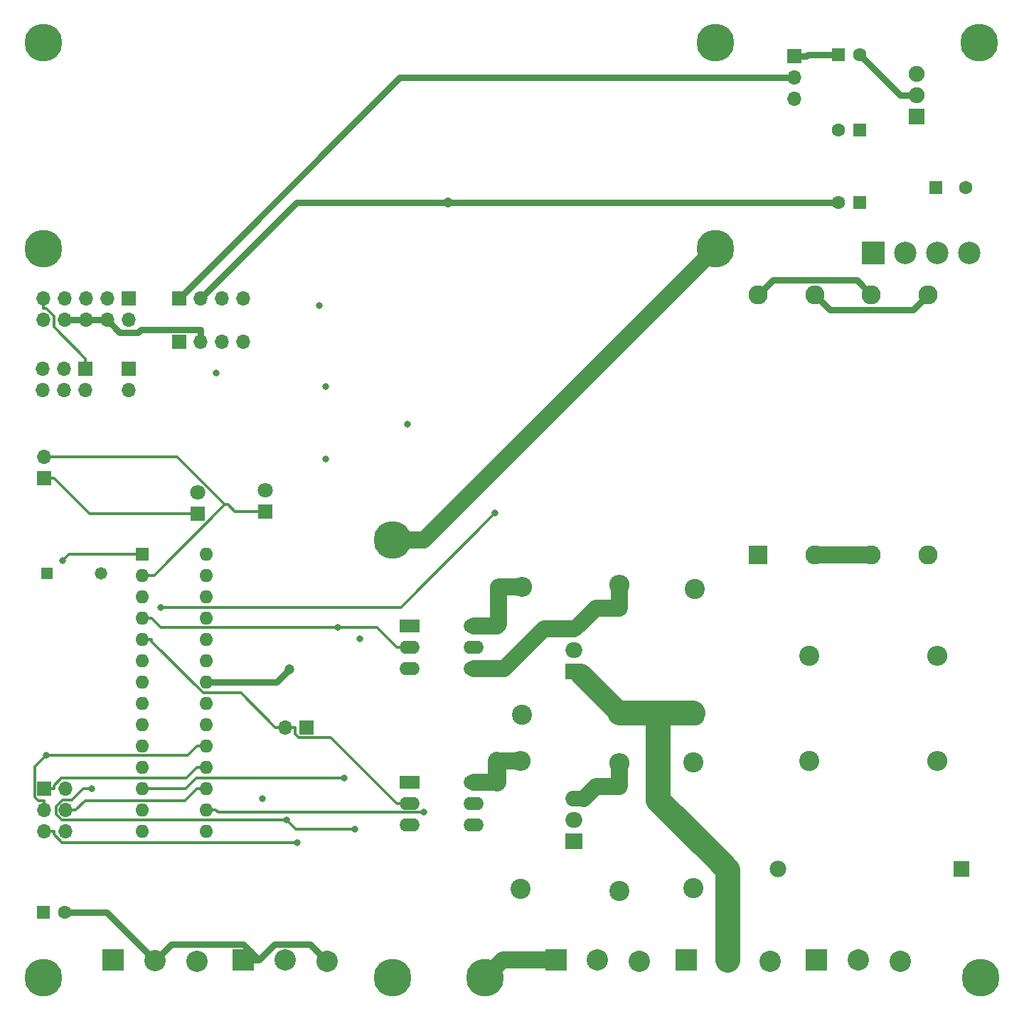
<source format=gbr>
%TF.GenerationSoftware,KiCad,Pcbnew,7.0.9*%
%TF.CreationDate,2025-01-17T20:12:22+02:00*%
%TF.ProjectId,varaajamonitori,76617261-616a-4616-9d6f-6e69746f7269,rev?*%
%TF.SameCoordinates,Original*%
%TF.FileFunction,Copper,L2,Inr*%
%TF.FilePolarity,Positive*%
%FSLAX46Y46*%
G04 Gerber Fmt 4.6, Leading zero omitted, Abs format (unit mm)*
G04 Created by KiCad (PCBNEW 7.0.9) date 2025-01-17 20:12:22*
%MOMM*%
%LPD*%
G01*
G04 APERTURE LIST*
%TA.AperFunction,ComponentPad*%
%ADD10R,2.670000X2.670000*%
%TD*%
%TA.AperFunction,ComponentPad*%
%ADD11C,2.670000*%
%TD*%
%TA.AperFunction,ComponentPad*%
%ADD12R,2.540000X2.540000*%
%TD*%
%TA.AperFunction,ComponentPad*%
%ADD13C,2.540000*%
%TD*%
%TA.AperFunction,ComponentPad*%
%ADD14R,2.400000X1.600000*%
%TD*%
%TA.AperFunction,ComponentPad*%
%ADD15O,2.400000X1.600000*%
%TD*%
%TA.AperFunction,ComponentPad*%
%ADD16R,1.600000X1.600000*%
%TD*%
%TA.AperFunction,ComponentPad*%
%ADD17O,1.600000X1.600000*%
%TD*%
%TA.AperFunction,ComponentPad*%
%ADD18R,1.800000X1.800000*%
%TD*%
%TA.AperFunction,ComponentPad*%
%ADD19C,1.800000*%
%TD*%
%TA.AperFunction,ComponentPad*%
%ADD20C,2.400000*%
%TD*%
%TA.AperFunction,ComponentPad*%
%ADD21O,2.400000X2.400000*%
%TD*%
%TA.AperFunction,ComponentPad*%
%ADD22R,1.700000X1.700000*%
%TD*%
%TA.AperFunction,ComponentPad*%
%ADD23O,1.700000X1.700000*%
%TD*%
%TA.AperFunction,ComponentPad*%
%ADD24C,4.500000*%
%TD*%
%TA.AperFunction,ComponentPad*%
%ADD25R,1.980000X1.980000*%
%TD*%
%TA.AperFunction,ComponentPad*%
%ADD26C,1.980000*%
%TD*%
%TA.AperFunction,ComponentPad*%
%ADD27R,2.286000X2.286000*%
%TD*%
%TA.AperFunction,ComponentPad*%
%ADD28C,2.286000*%
%TD*%
%TA.AperFunction,ComponentPad*%
%ADD29R,1.910000X1.910000*%
%TD*%
%TA.AperFunction,ComponentPad*%
%ADD30C,1.910000*%
%TD*%
%TA.AperFunction,ComponentPad*%
%ADD31C,1.600000*%
%TD*%
%TA.AperFunction,ComponentPad*%
%ADD32R,1.473200X1.473200*%
%TD*%
%TA.AperFunction,ComponentPad*%
%ADD33C,1.473200*%
%TD*%
%TA.AperFunction,ComponentPad*%
%ADD34R,2.000000X1.905000*%
%TD*%
%TA.AperFunction,ComponentPad*%
%ADD35O,2.000000X1.905000*%
%TD*%
%TA.AperFunction,ViaPad*%
%ADD36C,0.800000*%
%TD*%
%TA.AperFunction,ViaPad*%
%ADD37C,1.200000*%
%TD*%
%TA.AperFunction,Conductor*%
%ADD38C,0.300000*%
%TD*%
%TA.AperFunction,Conductor*%
%ADD39C,2.000000*%
%TD*%
%TA.AperFunction,Conductor*%
%ADD40C,0.800000*%
%TD*%
%TA.AperFunction,Conductor*%
%ADD41C,3.000000*%
%TD*%
%TA.AperFunction,Conductor*%
%ADD42C,1.904800*%
%TD*%
%TA.AperFunction,Conductor*%
%ADD43C,2.500000*%
%TD*%
%TA.AperFunction,Conductor*%
%ADD44C,2.200000*%
%TD*%
G04 APERTURE END LIST*
D10*
%TO.N,/5V1DIRTY*%
%TO.C,D5*%
X150390000Y-59600000D03*
D11*
%TO.N,Net-(D5-AC-Pad2)*%
X154200000Y-59600000D03*
%TO.N,Net-(D5-AC-Pad3)*%
X158010000Y-59600000D03*
%TO.N,GND*%
X161820000Y-59600000D03*
%TD*%
D12*
%TO.N,Earth_Protective*%
%TO.C,J1*%
X143617780Y-143855260D03*
D13*
%TO.N,GNDREF*%
X148600000Y-143908600D03*
%TO.N,/0-wire*%
X153600000Y-144000040D03*
%TD*%
D12*
%TO.N,/sensor1*%
%TO.C,J4*%
X59917780Y-143863860D03*
D13*
%TO.N,GND*%
X64900000Y-143917200D03*
%TO.N,/sensor2*%
X69900000Y-144008640D03*
%TD*%
D12*
%TO.N,GND*%
%TO.C,J5*%
X75417780Y-143855260D03*
D13*
%TO.N,/sensor3*%
X80400000Y-143908600D03*
%TO.N,GND*%
X85400000Y-144000040D03*
%TD*%
D12*
%TO.N,Earth_Protective*%
%TO.C,J6*%
X128117780Y-143855260D03*
D13*
%TO.N,/TRIAC AC M1*%
X133100000Y-143908600D03*
%TO.N,GNDREF*%
X138100000Y-144000040D03*
%TD*%
D12*
%TO.N,Earth_Protective*%
%TO.C,J7*%
X112617780Y-143855260D03*
D13*
%TO.N,/TRIAC AC M2*%
X117600000Y-143908600D03*
%TO.N,GNDREF*%
X122600000Y-144000040D03*
%TD*%
D14*
%TO.N,Net-(R9-Pad1)*%
%TO.C,U7*%
X95175000Y-122675000D03*
D15*
%TO.N,/driver-M2*%
X95175000Y-125215000D03*
%TO.N,unconnected-(U7-NC-Pad3)*%
X95175000Y-127755000D03*
%TO.N,/M2B*%
X102795000Y-127755000D03*
%TO.N,unconnected-(U7-NC-Pad5)*%
X102795000Y-125215000D03*
%TO.N,/M2A*%
X102795000Y-122675000D03*
%TD*%
D16*
%TO.N,/~{RESET}*%
%TO.C,U1*%
X63400000Y-95500000D03*
D17*
%TO.N,/RX*%
X63400000Y-98040000D03*
%TO.N,/TX*%
X63400000Y-100580000D03*
%TO.N,/driver-M1*%
X63400000Y-103120000D03*
%TO.N,/driver-M2*%
X63400000Y-105660000D03*
%TO.N,/SELB*%
X63400000Y-108200000D03*
%TO.N,VDD*%
X63400000Y-110740000D03*
%TO.N,GND*%
X63400000Y-113280000D03*
%TO.N,unconnected-(U1-XTAL1{slash}PB6-Pad9)*%
X63400000Y-115820000D03*
%TO.N,unconnected-(U1-XTAL2{slash}PB7-Pad10)*%
X63400000Y-118360000D03*
%TO.N,/LeftSw*%
X63400000Y-120900000D03*
%TO.N,/SelSw*%
X63400000Y-123440000D03*
%TO.N,/RetSw*%
X63400000Y-125980000D03*
%TO.N,/UpSw*%
X63400000Y-128520000D03*
%TO.N,/DwnSw*%
X71020000Y-128520000D03*
%TO.N,/RightSw*%
X71020000Y-125980000D03*
%TO.N,/MOSI*%
X71020000Y-123440000D03*
%TO.N,/MISO*%
X71020000Y-120900000D03*
%TO.N,/SCK*%
X71020000Y-118360000D03*
%TO.N,/AVCC*%
X71020000Y-115820000D03*
X71020000Y-113280000D03*
%TO.N,GND*%
X71020000Y-110740000D03*
%TO.N,/sensor1*%
X71020000Y-108200000D03*
%TO.N,/sensor2*%
X71020000Y-105660000D03*
%TO.N,/sensor3*%
X71020000Y-103120000D03*
%TO.N,/SELA*%
X71020000Y-100580000D03*
%TO.N,/SDA*%
X71020000Y-98040000D03*
%TO.N,/SCL*%
X71020000Y-95500000D03*
%TD*%
D18*
%TO.N,/TX*%
%TO.C,D2*%
X70000000Y-90675000D03*
D19*
%TO.N,Net-(D2-A)*%
X70000000Y-88135000D03*
%TD*%
D20*
%TO.N,/TRIAC AC M2*%
%TO.C,R16*%
X120200000Y-135620000D03*
D21*
%TO.N,/M2B*%
X120200000Y-120380000D03*
%TD*%
D22*
%TO.N,VDD*%
%TO.C,J9*%
X67800000Y-70200000D03*
D23*
%TO.N,GND*%
X70340000Y-70200000D03*
%TO.N,/SCL*%
X72880000Y-70200000D03*
%TO.N,/SDA*%
X75420000Y-70200000D03*
%TD*%
D24*
%TO.N,Earth_Protective*%
%TO.C,Top2*%
X163000000Y-34600000D03*
%TD*%
%TO.N,Earth_Protective*%
%TO.C,J2*%
X51600000Y-59100000D03*
X131600000Y-34600000D03*
X131600000Y-59100000D03*
%TD*%
D20*
%TO.N,Net-(C11-Pad1)*%
%TO.C,R20*%
X142780000Y-120200000D03*
D21*
%TO.N,AC*%
X158020000Y-120200000D03*
%TD*%
D14*
%TO.N,Net-(R11-Pad1)*%
%TO.C,U6*%
X95175000Y-104075000D03*
D15*
%TO.N,/driver-M1*%
X95175000Y-106615000D03*
%TO.N,unconnected-(U6-NC-Pad3)*%
X95175000Y-109155000D03*
%TO.N,/M1B*%
X102795000Y-109155000D03*
%TO.N,unconnected-(U6-NC-Pad5)*%
X102795000Y-106615000D03*
%TO.N,/M1A*%
X102795000Y-104075000D03*
%TD*%
D25*
%TO.N,/0-wire*%
%TO.C,F1*%
X160920000Y-133000000D03*
D26*
%TO.N,AC*%
X139080000Y-133000000D03*
%TD*%
D18*
%TO.N,/RX*%
%TO.C,D4*%
X78000000Y-90475000D03*
D19*
%TO.N,Net-(D4-A)*%
X78000000Y-87935000D03*
%TD*%
D22*
%TO.N,/SELA*%
%TO.C,J13*%
X61740000Y-73400000D03*
D23*
%TO.N,/SELB*%
X61740000Y-75940000D03*
%TD*%
D22*
%TO.N,+5V*%
%TO.C,JP2*%
X141000000Y-36200000D03*
D23*
%TO.N,VDD*%
X141000000Y-38740000D03*
%TO.N,unconnected-(JP2-B-Pad3)*%
X141000000Y-41280000D03*
%TD*%
D24*
%TO.N,Earth_Protective*%
%TO.C,Bottom3*%
X51600000Y-146000000D03*
%TD*%
D22*
%TO.N,VDD*%
%TO.C,J10*%
X67800000Y-65000000D03*
D23*
%TO.N,GND*%
X70340000Y-65000000D03*
%TO.N,/SCL*%
X72880000Y-65000000D03*
%TO.N,/SDA*%
X75420000Y-65000000D03*
%TD*%
D27*
%TO.N,GNDREF*%
%TO.C,T1*%
X136738000Y-95600000D03*
D28*
%TO.N,/ACT*%
X143469000Y-95600000D03*
X150200000Y-95600000D03*
%TO.N,AC*%
X156931000Y-95600000D03*
%TO.N,Net-(D5-AC-Pad2)*%
X136738000Y-64612000D03*
%TO.N,Net-(D5-AC-Pad3)*%
X143469000Y-64612000D03*
%TO.N,Net-(D5-AC-Pad2)*%
X150200000Y-64612000D03*
%TO.N,Net-(D5-AC-Pad3)*%
X156931000Y-64612000D03*
%TD*%
D22*
%TO.N,/driver-M1*%
%TO.C,J14*%
X82940000Y-116200000D03*
D23*
%TO.N,/driver-M2*%
X80400000Y-116200000D03*
%TD*%
D20*
%TO.N,AC*%
%TO.C,R17*%
X108600000Y-114640000D03*
D21*
%TO.N,/M1A*%
X108600000Y-99400000D03*
%TD*%
D24*
%TO.N,Earth_Protective*%
%TO.C,Bottom2*%
X163200000Y-146000000D03*
%TD*%
D29*
%TO.N,/5V1DIRTY*%
%TO.C,U3*%
X155568000Y-43350000D03*
D30*
%TO.N,GND*%
X155568000Y-40800000D03*
%TO.N,+5V*%
X155568000Y-38250000D03*
%TD*%
D16*
%TO.N,VDD*%
%TO.C,C2*%
X51617600Y-138200000D03*
D31*
%TO.N,GND*%
X54117600Y-138200000D03*
%TD*%
D22*
%TO.N,/MOSI*%
%TO.C,J8*%
X61740000Y-65060000D03*
D23*
%TO.N,VDD*%
X61740000Y-67600000D03*
%TO.N,unconnected-(J8-NC-Pad3)*%
X59200000Y-65060000D03*
%TO.N,GND*%
X59200000Y-67600000D03*
%TO.N,/~{RESET}*%
X56660000Y-65060000D03*
%TO.N,GND*%
X56660000Y-67600000D03*
%TO.N,/SCK*%
X54120000Y-65060000D03*
%TO.N,GND*%
X54120000Y-67600000D03*
%TO.N,/MISO*%
X51580000Y-65060000D03*
%TO.N,GND*%
X51580000Y-67600000D03*
%TD*%
D32*
%TO.N,VDD*%
%TO.C,BZ1*%
X52000000Y-97800000D03*
D33*
%TO.N,Net-(BZ1-+)*%
X58500001Y-97800000D03*
%TD*%
D16*
%TO.N,+5V*%
%TO.C,C7*%
X148782400Y-53600000D03*
D31*
%TO.N,GND*%
X146282400Y-53600000D03*
%TD*%
D20*
%TO.N,AC*%
%TO.C,R18*%
X108400000Y-135420000D03*
D21*
%TO.N,/M2A*%
X108400000Y-120180000D03*
%TD*%
D16*
%TO.N,/5V1DIRTY*%
%TO.C,C4*%
X157900000Y-51800000D03*
D31*
%TO.N,GND*%
X161400000Y-51800000D03*
%TD*%
D24*
%TO.N,Earth_Protective*%
%TO.C,Top1*%
X51600000Y-34600000D03*
%TD*%
D22*
%TO.N,/MISO*%
%TO.C,J12*%
X56640000Y-73400000D03*
D23*
%TO.N,VDD*%
X56640000Y-75940000D03*
%TO.N,/SCK*%
X54100000Y-73400000D03*
%TO.N,/MOSI*%
X54100000Y-75940000D03*
%TO.N,/~{RESET}*%
X51560000Y-73400000D03*
%TO.N,GND*%
X51560000Y-75940000D03*
%TD*%
D20*
%TO.N,Net-(C11-Pad1)*%
%TO.C,C11*%
X129000000Y-120300000D03*
%TO.N,/TRIAC AC M2*%
X129000000Y-135300000D03*
%TD*%
D22*
%TO.N,/TX*%
%TO.C,J11*%
X51725000Y-86475000D03*
D23*
%TO.N,/RX*%
X51725000Y-83935000D03*
%TD*%
D20*
%TO.N,Net-(C10-Pad1)*%
%TO.C,C10*%
X129200000Y-99700000D03*
%TO.N,/TRIAC AC M1*%
X129200000Y-114700000D03*
%TD*%
%TO.N,Net-(C10-Pad1)*%
%TO.C,R19*%
X142780000Y-107600000D03*
D21*
%TO.N,AC*%
X158020000Y-107600000D03*
%TD*%
D20*
%TO.N,/TRIAC AC M1*%
%TO.C,R15*%
X120200000Y-114420000D03*
D21*
%TO.N,/M1B*%
X120200000Y-99180000D03*
%TD*%
D24*
%TO.N,Earth_Protective*%
%TO.C,Mid1*%
X93200000Y-93800000D03*
%TD*%
D22*
%TO.N,/MISO*%
%TO.C,J3*%
X51725000Y-123475000D03*
D23*
%TO.N,VDD*%
X54265000Y-123475000D03*
%TO.N,/SCK*%
X51725000Y-126015000D03*
%TO.N,/MOSI*%
X54265000Y-126015000D03*
%TO.N,/~{RESET}*%
X51725000Y-128555000D03*
%TO.N,GND*%
X54265000Y-128555000D03*
%TD*%
D34*
%TO.N,/TRIAC AC M1*%
%TO.C,Q3*%
X114800000Y-109500000D03*
D35*
%TO.N,AC*%
X114800000Y-106960000D03*
%TO.N,/M1B*%
X114800000Y-104420000D03*
%TD*%
D24*
%TO.N,Earth_Protective*%
%TO.C,Bottom4*%
X104200000Y-146000000D03*
%TD*%
D16*
%TO.N,+5V*%
%TO.C,C6*%
X148782400Y-45000000D03*
D31*
%TO.N,GND*%
X146282400Y-45000000D03*
%TD*%
D34*
%TO.N,/TRIAC AC M2*%
%TO.C,Q4*%
X114745000Y-129740000D03*
D35*
%TO.N,AC*%
X114745000Y-127200000D03*
%TO.N,/M2B*%
X114745000Y-124660000D03*
%TD*%
D24*
%TO.N,Earth_Protective*%
%TO.C,Bottom1*%
X93200000Y-146000000D03*
%TD*%
D16*
%TO.N,+5V*%
%TO.C,C1*%
X146300000Y-36000000D03*
D31*
%TO.N,GND*%
X148800000Y-36000000D03*
%TD*%
D36*
%TO.N,/driver-M1*%
X86675300Y-104220000D03*
%TO.N,/SCK*%
X51974500Y-119460000D03*
%TO.N,/~{RESET}*%
X81850000Y-129886400D03*
X53873600Y-96322600D03*
D37*
%TO.N,GND*%
X99750000Y-53600000D03*
X80928700Y-109200000D03*
D36*
%TO.N,Net-(R1-Pad1)*%
X88689900Y-128250100D03*
X80568800Y-127177900D03*
X57404900Y-123461900D03*
%TO.N,/UpSw*%
X84497000Y-65925500D03*
%TO.N,/DwnSw*%
X85204600Y-84148600D03*
X77723000Y-124622900D03*
%TO.N,/RightSw*%
X96932500Y-126276800D03*
X94973100Y-80002100D03*
%TO.N,/LeftSw*%
X72218300Y-73951700D03*
%TO.N,/SelSw*%
X87415200Y-122170000D03*
X85242400Y-75506800D03*
%TO.N,/RetSw*%
X65593100Y-101850000D03*
X105373100Y-90650000D03*
%TO.N,Net-(R11-Pad1)*%
X89250000Y-105588300D03*
%TD*%
D38*
%TO.N,/driver-M2*%
X81971400Y-117350500D02*
X81550000Y-116929100D01*
X75122200Y-112072200D02*
X79250000Y-116200000D01*
X81550000Y-116929100D02*
X81550000Y-116200000D01*
X93675000Y-125215000D02*
X85810500Y-117350500D01*
X63400000Y-105660000D02*
X64500000Y-105660000D01*
X95175000Y-125215000D02*
X93675000Y-125215000D01*
X70637200Y-112072200D02*
X75122200Y-112072200D01*
X64500000Y-105660000D02*
X64500000Y-105935000D01*
X85810500Y-117350500D02*
X81971400Y-117350500D01*
X64500000Y-105935000D02*
X70637200Y-112072200D01*
X80400000Y-116200000D02*
X81550000Y-116200000D01*
X80400000Y-116200000D02*
X79250000Y-116200000D01*
D39*
%TO.N,Earth_Protective*%
X112617500Y-143855000D02*
X106345000Y-143855000D01*
X112617800Y-143855300D02*
X112617800Y-143855000D01*
X106345000Y-143855000D02*
X104200000Y-146000000D01*
X96900000Y-93800000D02*
X131600000Y-59100000D01*
X112617500Y-143855000D02*
X112617800Y-143855300D01*
X93200000Y-93800000D02*
X96900000Y-93800000D01*
X112618000Y-143855000D02*
X112617500Y-143855000D01*
D40*
%TO.N,Net-(D5-AC-Pad2)*%
X148430400Y-62842400D02*
X150200000Y-64612000D01*
X138507600Y-62842400D02*
X148430400Y-62842400D01*
X136738000Y-64612000D02*
X138507600Y-62842400D01*
D38*
%TO.N,/driver-M1*%
X63400000Y-103120000D02*
X64500000Y-103120000D01*
X64500000Y-103120000D02*
X65600000Y-104220000D01*
X95175000Y-106615000D02*
X93675000Y-106615000D01*
X86675300Y-104220000D02*
X91280000Y-104220000D01*
X65600000Y-104220000D02*
X86675300Y-104220000D01*
X91280000Y-104220000D02*
X93675000Y-106615000D01*
D40*
%TO.N,Net-(D5-AC-Pad3)*%
X155134800Y-66408200D02*
X145265200Y-66408200D01*
X156931000Y-64612000D02*
X155134800Y-66408200D01*
X145265200Y-66408200D02*
X143469000Y-64612000D01*
D38*
%TO.N,/MOSI*%
X56565000Y-124865000D02*
X68495000Y-124865000D01*
X55415000Y-126015000D02*
X56565000Y-124865000D01*
X71020000Y-123440000D02*
X69920000Y-123440000D01*
X68495000Y-124865000D02*
X69920000Y-123440000D01*
X54265000Y-126015000D02*
X55415000Y-126015000D01*
%TO.N,/MISO*%
X52850000Y-68460000D02*
X52850000Y-67122600D01*
X52875000Y-123475000D02*
X52875000Y-123115600D01*
X53762000Y-122228600D02*
X68591400Y-122228600D01*
X51937400Y-66210000D02*
X51580000Y-66210000D01*
X68591400Y-122228600D02*
X69920000Y-120900000D01*
X51580000Y-65060000D02*
X51580000Y-66210000D01*
X56640000Y-72250000D02*
X52850000Y-68460000D01*
X52850000Y-67122600D02*
X51937400Y-66210000D01*
X71020000Y-120900000D02*
X69920000Y-120900000D01*
X52875000Y-123115600D02*
X53762000Y-122228600D01*
X56640000Y-73400000D02*
X56640000Y-72250000D01*
X51725000Y-123475000D02*
X52875000Y-123475000D01*
%TO.N,/SCK*%
X69920000Y-118360000D02*
X68820000Y-119460000D01*
X51725000Y-126015000D02*
X51725000Y-124865000D01*
X51974500Y-119460000D02*
X50623100Y-120811400D01*
X50623100Y-124480200D02*
X51007900Y-124865000D01*
X71020000Y-118360000D02*
X69920000Y-118360000D01*
X50623100Y-120811400D02*
X50623100Y-124480200D01*
X51007900Y-124865000D02*
X51725000Y-124865000D01*
X68820000Y-119460000D02*
X51974500Y-119460000D01*
%TO.N,/~{RESET}*%
X53873600Y-96322600D02*
X54696200Y-95500000D01*
X52875000Y-128555000D02*
X52875000Y-128914400D01*
X53847000Y-129886400D02*
X81850000Y-129886400D01*
X52875000Y-128914400D02*
X53847000Y-129886400D01*
X51725000Y-128555000D02*
X52875000Y-128555000D01*
X54696200Y-95500000D02*
X63400000Y-95500000D01*
D41*
%TO.N,/TRIAC AC M1*%
X133100000Y-143908600D02*
X133100000Y-133100000D01*
X124800000Y-114420000D02*
X128920000Y-114420000D01*
D39*
X128920000Y-114420000D02*
X129200000Y-114700000D01*
D42*
X115280000Y-109500000D02*
X114800000Y-109500000D01*
D41*
X124800000Y-114420000D02*
X124800000Y-124800000D01*
D42*
X115600000Y-109820000D02*
X115280000Y-109500000D01*
D41*
X133100000Y-133100000D02*
X131800000Y-131800000D01*
X120200000Y-114420000D02*
X124800000Y-114420000D01*
X124800000Y-124800000D02*
X131800000Y-131800000D01*
D43*
X120200000Y-114420000D02*
X115600000Y-109820000D01*
D40*
%TO.N,VDD*%
X94060000Y-38740000D02*
X67800000Y-65000000D01*
X141000000Y-38740000D02*
X94060000Y-38740000D01*
%TO.N,+5V*%
X142651900Y-36000000D02*
X142451900Y-36200000D01*
X141000000Y-36200000D02*
X142451900Y-36200000D01*
X146300000Y-36000000D02*
X142651900Y-36000000D01*
D39*
%TO.N,/M1B*%
X111192000Y-104405000D02*
X114800000Y-104405000D01*
D42*
X115440000Y-103940000D02*
X114960000Y-104420000D01*
D39*
X120200000Y-99180000D02*
X120200000Y-101982000D01*
X106443000Y-109155000D02*
X111192000Y-104405000D01*
D42*
X114800000Y-104405000D02*
X114800000Y-104420000D01*
D39*
X102795000Y-109155000D02*
X106443000Y-109155000D01*
X120200000Y-101982000D02*
X117398000Y-101982000D01*
X117398000Y-101982000D02*
X115440000Y-103940000D01*
D42*
X114960000Y-104420000D02*
X114800000Y-104420000D01*
%TO.N,/M2B*%
X114758000Y-124647000D02*
X114745000Y-124660000D01*
X115933000Y-124647000D02*
X114758000Y-124647000D01*
D39*
X117398000Y-123182000D02*
X115933000Y-124647000D01*
D42*
X114732000Y-124647000D02*
X114745000Y-124660000D01*
D39*
X120200000Y-120380000D02*
X120200000Y-123182000D01*
X120200000Y-123182000D02*
X117398000Y-123182000D01*
D38*
%TO.N,Net-(C11-Pad1)*%
X142730000Y-120250000D02*
X142780000Y-120200000D01*
X142680000Y-120300000D02*
X142730000Y-120250000D01*
D39*
X129050000Y-120250000D02*
X129000000Y-120300000D01*
D38*
%TO.N,/TX*%
X51725000Y-86475000D02*
X52875000Y-86475000D01*
X57075000Y-90675000D02*
X52875000Y-86475000D01*
X70000000Y-90675000D02*
X57075000Y-90675000D01*
%TO.N,/RX*%
X67509400Y-83935000D02*
X51725000Y-83935000D01*
X73589400Y-89636200D02*
X73210700Y-89636200D01*
X73210700Y-89636200D02*
X64806900Y-98040000D01*
X74428200Y-90475000D02*
X73589400Y-89636200D01*
X73210700Y-89636200D02*
X67509400Y-83935000D01*
X78000000Y-90475000D02*
X74428200Y-90475000D01*
X64806900Y-98040000D02*
X63400000Y-98040000D01*
D39*
%TO.N,/M1A*%
X102795000Y-104075000D02*
X105597000Y-104075000D01*
X105798000Y-103874000D02*
X105798000Y-99400000D01*
X105597000Y-104075000D02*
X105798000Y-103874000D01*
X105798000Y-99400000D02*
X108600000Y-99400000D01*
%TO.N,/M2A*%
X108400000Y-120180000D02*
X105598000Y-120180000D01*
D44*
X105598000Y-120180000D02*
X105598000Y-122674000D01*
D39*
X105598000Y-122674000D02*
X105597000Y-122675000D01*
X105597000Y-122675000D02*
X102795000Y-122675000D01*
%TO.N,/ACT*%
X150200000Y-95600000D02*
X143469000Y-95600000D01*
D40*
%TO.N,GND*%
X54120000Y-67600000D02*
X56660000Y-67600000D01*
X81740000Y-53600000D02*
X70340000Y-65000000D01*
X79151500Y-141993500D02*
X77289700Y-143855300D01*
X66823700Y-141993500D02*
X64900000Y-143917200D01*
X146282400Y-53600000D02*
X99750000Y-53600000D01*
X59182800Y-138200000D02*
X64900000Y-143917200D01*
X75427900Y-141993500D02*
X66823700Y-141993500D01*
X54117600Y-138200000D02*
X59182800Y-138200000D01*
X56660000Y-67600000D02*
X59200000Y-67600000D01*
X70340000Y-70200000D02*
X70340000Y-68748100D01*
X75417800Y-143855300D02*
X77289700Y-143855300D01*
X148800000Y-36000000D02*
X153600000Y-40800000D01*
X77289700Y-143855300D02*
X75427900Y-141993500D01*
X83393500Y-141993500D02*
X79151500Y-141993500D01*
X62839500Y-69100500D02*
X63191900Y-68748100D01*
X99750000Y-53600000D02*
X81740000Y-53600000D01*
X71020000Y-110740000D02*
X72421900Y-110740000D01*
X85400000Y-144000000D02*
X83393500Y-141993500D01*
X72421900Y-110740000D02*
X79388700Y-110740000D01*
X59200000Y-67600000D02*
X60700500Y-69100500D01*
X63191900Y-68748100D02*
X70340000Y-68748100D01*
X79388700Y-110740000D02*
X80928700Y-109200000D01*
X153600000Y-40800000D02*
X155568000Y-40800000D01*
X60700500Y-69100500D02*
X62839500Y-69100500D01*
D38*
%TO.N,Net-(R1-Pad1)*%
X53792000Y-127177900D02*
X53114600Y-126500500D01*
X55014300Y-124815700D02*
X56368100Y-123461900D01*
X53901500Y-124815700D02*
X55014300Y-124815700D01*
X53114600Y-125602600D02*
X53901500Y-124815700D01*
X81641000Y-128250100D02*
X80568800Y-127177900D01*
X56368100Y-123461900D02*
X57404900Y-123461900D01*
X88689900Y-128250100D02*
X81641000Y-128250100D01*
X80568800Y-127177900D02*
X53792000Y-127177900D01*
X53114600Y-126500500D02*
X53114600Y-125602600D01*
%TO.N,/RightSw*%
X71020000Y-125980000D02*
X72120000Y-125980000D01*
X72120000Y-125980000D02*
X72416800Y-126276800D01*
X72416800Y-126276800D02*
X96932500Y-126276800D01*
%TO.N,/SelSw*%
X68540000Y-123440000D02*
X69810000Y-122170000D01*
X63400000Y-123440000D02*
X68540000Y-123440000D01*
X69810000Y-122170000D02*
X87415200Y-122170000D01*
%TO.N,/RetSw*%
X105373100Y-90650000D02*
X94173100Y-101850000D01*
X94173100Y-101850000D02*
X65593100Y-101850000D01*
%TD*%
M02*

</source>
